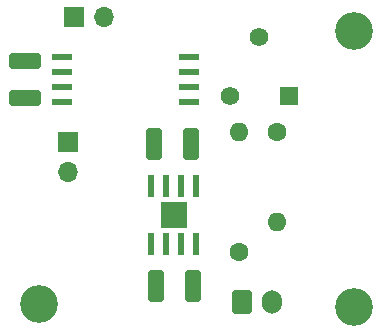
<source format=gts>
G04 #@! TF.GenerationSoftware,KiCad,Pcbnew,(6.0.7-1)-1*
G04 #@! TF.CreationDate,2024-09-04T01:05:31+05:30*
G04 #@! TF.ProjectId,voltage_sensor,766f6c74-6167-4655-9f73-656e736f722e,rev?*
G04 #@! TF.SameCoordinates,Original*
G04 #@! TF.FileFunction,Soldermask,Top*
G04 #@! TF.FilePolarity,Negative*
%FSLAX46Y46*%
G04 Gerber Fmt 4.6, Leading zero omitted, Abs format (unit mm)*
G04 Created by KiCad (PCBNEW (6.0.7-1)-1) date 2024-09-04 01:05:31*
%MOMM*%
%LPD*%
G01*
G04 APERTURE LIST*
G04 Aperture macros list*
%AMRoundRect*
0 Rectangle with rounded corners*
0 $1 Rounding radius*
0 $2 $3 $4 $5 $6 $7 $8 $9 X,Y pos of 4 corners*
0 Add a 4 corners polygon primitive as box body*
4,1,4,$2,$3,$4,$5,$6,$7,$8,$9,$2,$3,0*
0 Add four circle primitives for the rounded corners*
1,1,$1+$1,$2,$3*
1,1,$1+$1,$4,$5*
1,1,$1+$1,$6,$7*
1,1,$1+$1,$8,$9*
0 Add four rect primitives between the rounded corners*
20,1,$1+$1,$2,$3,$4,$5,0*
20,1,$1+$1,$4,$5,$6,$7,0*
20,1,$1+$1,$6,$7,$8,$9,0*
20,1,$1+$1,$8,$9,$2,$3,0*%
G04 Aperture macros list end*
%ADD10R,1.560000X1.560000*%
%ADD11C,1.560000*%
%ADD12RoundRect,0.250000X-0.600000X-0.750000X0.600000X-0.750000X0.600000X0.750000X-0.600000X0.750000X0*%
%ADD13O,1.700000X2.000000*%
%ADD14C,1.600000*%
%ADD15O,1.600000X1.600000*%
%ADD16RoundRect,0.250000X0.412500X1.100000X-0.412500X1.100000X-0.412500X-1.100000X0.412500X-1.100000X0*%
%ADD17RoundRect,0.250000X1.100000X-0.412500X1.100000X0.412500X-1.100000X0.412500X-1.100000X-0.412500X0*%
%ADD18R,0.558800X1.981200*%
%ADD19R,2.311400X2.311400*%
%ADD20C,3.200000*%
%ADD21R,1.700000X1.700000*%
%ADD22O,1.700000X1.700000*%
%ADD23R,1.701800X0.558800*%
G04 APERTURE END LIST*
D10*
X118745000Y-72161400D03*
D11*
X116245000Y-67161400D03*
X113745000Y-72161400D03*
D12*
X114828000Y-89670400D03*
D13*
X117328000Y-89670400D03*
D14*
X114528600Y-85420200D03*
D15*
X114528600Y-75260200D03*
D16*
X110490000Y-76276200D03*
X107365000Y-76276200D03*
D17*
X96418400Y-72326900D03*
X96418400Y-69201900D03*
D18*
X110896400Y-79806800D03*
X109626400Y-79806800D03*
X108356400Y-79806800D03*
X107086400Y-79806800D03*
X107086400Y-84734400D03*
X108356400Y-84734400D03*
X109626400Y-84734400D03*
X110896400Y-84734400D03*
D19*
X108991400Y-82270600D03*
D20*
X124231400Y-90068400D03*
D21*
X100025200Y-76073000D03*
D22*
X100025200Y-78613000D03*
D20*
X124307600Y-66700400D03*
X97637600Y-89839800D03*
D23*
X110286800Y-72669400D03*
X110286800Y-71399400D03*
X110286800Y-70129400D03*
X110286800Y-68859400D03*
X99517200Y-68859400D03*
X99517200Y-70129400D03*
X99517200Y-71399400D03*
X99517200Y-72669400D03*
D14*
X117729000Y-75209400D03*
D15*
X117729000Y-82829400D03*
D16*
X110617000Y-88290400D03*
X107492000Y-88290400D03*
D21*
X100533200Y-65532000D03*
D22*
X103073200Y-65532000D03*
M02*

</source>
